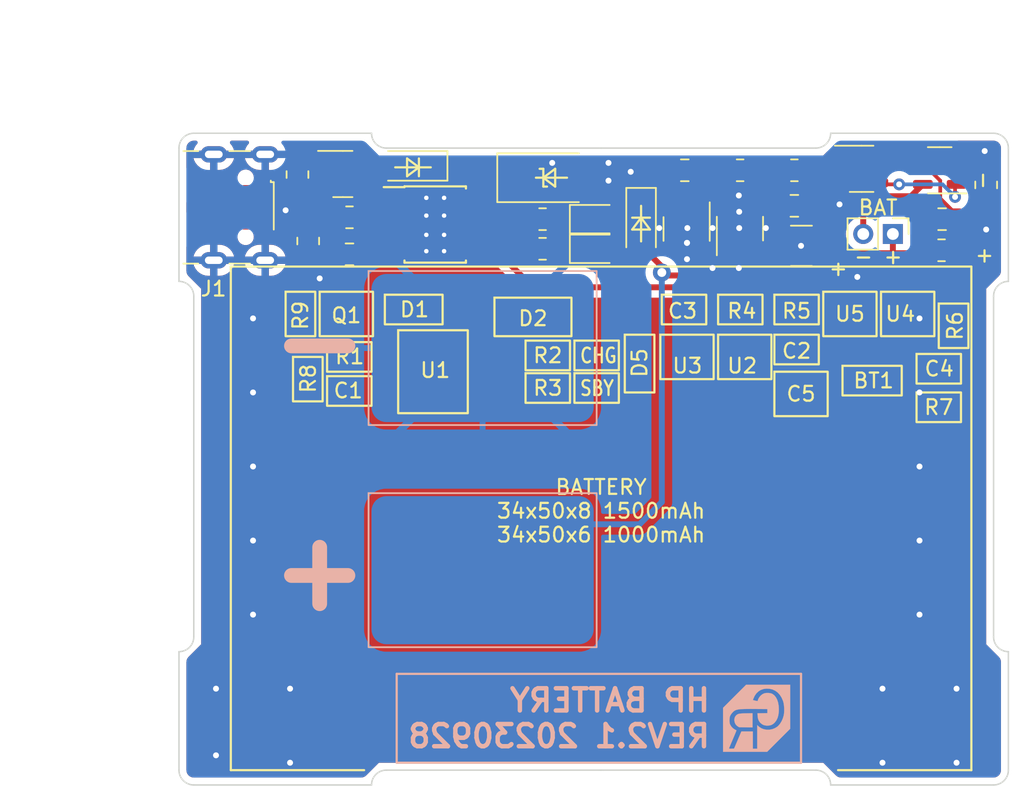
<source format=kicad_pcb>
(kicad_pcb (version 20221018) (generator pcbnew)
  (title_block (title "HP35BATTERY") (date "2023-10-01") (rev "2.1") (company "GR"))
  (layers (0 "F.Cu" signal) (31 "B.Cu" signal) (34 "B.Paste" user) (35 "F.Paste" user) (36 "B.SilkS" user "B.Silkscreen") (37 "F.SilkS" user "F.Silkscreen") (38 "B.Mask" user) (39 "F.Mask" user) (44 "Edge.Cuts" user))
  (net 0 "")
  (net 1 "/B+")
  (net 2 "/B-")
  (net 3 "/VCC")
  (net 4 "/GND")
  (net 5 "/VREG")
  (net 6 "/BSENSE")
  (net 7 "/VBUS")
  (net 8 "/LCHRG")
  (net 9 "/LSTDBY")
  (net 10 "/VOUT")
  (net 14 "/PROG")
  (net 15 "/CHRG")
  (net 16 "/STDBY")
  (net 18 "/G2")
  (net 19 "/G1")
  (net 23 "/ADJ")
  (net 24 "/VM")
  (net 25 "/PROG2")
  (footprint "Diode_SMD:D_SMA" (layer "F.Cu") (at 25 3)
    (fp_text reference "D2" (at -1.1 9.5) (layer "F.SilkS"))
    (fp_text value "5V6")
    (pad "1" smd roundrect (at -2 0) (size 2.5 1.8) (layers "F.Cu" "F.Paste" "F.Mask") (roundrect_rratio 0.1388888889) (net 3 "/VCC"))
    (pad "2" smd roundrect (at 2 0) (size 2.5 1.8) (layers "F.Cu" "F.Paste" "F.Mask") (roundrect_rratio 0.1388888889) (net 4 "/GND"))
  )
  (footprint "Capacitor_SMD:C_1210_3225Metric" (layer "F.Cu") (at 42.025 7.6 180)
    (fp_text reference "C5" (at 0.025 -10 180) (layer "F.SilkS"))
    (fp_text value "10u")
    (pad "1" smd roundrect (at -1.475 0 180) (size 1.15 2.7) (layers "F.Cu" "F.Paste" "F.Mask") (roundrect_rratio 0.2173913043) (net 1 "/B+"))
    (pad "2" smd roundrect (at 1.475 0 180) (size 1.15 2.7) (layers "F.Cu" "F.Paste" "F.Mask") (roundrect_rratio 0.2173913043) (net 4 "/GND"))
  )
  (footprint "LED_SMD:LED_0805_2012Metric" (layer "F.Cu") (at 28.075 5.8)
    (fp_text reference "D3" hide)
    (fp_text value "RED")
    (pad "1" smd roundrect (at -0.9375 0) (size 0.975 1.4) (layers "F.Cu" "F.Paste" "F.Mask") (net 8 "/LCHRG"))
    (pad "2" smd roundrect (at 0.9375 0) (size 0.975 1.4) (layers "F.Cu" "F.Paste" "F.Mask") (net 3 "/VCC"))
  )
  (footprint "Package_SO:TI_SO-PowerPAD-8_ThermalVias" (layer "F.Cu") (at 17.3 6.16)
    (fp_text reference "U1" (at 0 9.84) (layer "F.SilkS"))
    (fp_text value "TP4056")
    (pad "1" smd rect (at -2.7 -1.905) (size 1.55 0.6) (layers "F.Cu" "F.Paste" "F.Mask") (net 4 "/GND"))
    (pad "2" smd rect (at -2.7 -0.635) (size 1.55 0.6) (layers "F.Cu" "F.Paste" "F.Mask") (net 14 "/PROG"))
    (pad "3" smd rect (at -2.7 0.635) (size 1.55 0.6) (layers "F.Cu" "F.Paste" "F.Mask") (net 4 "/GND"))
    (pad "4" smd rect (at -2.7 1.905) (size 1.55 0.6) (layers "F.Cu" "F.Paste" "F.Mask") (net 3 "/VCC"))
    (pad "5" smd rect (at 2.7 1.905) (size 1.55 0.6) (layers "F.Cu" "F.Paste" "F.Mask") (net 1 "/B+"))
    (pad "6" smd rect (at 2.7 0.635) (size 1.55 0.6) (layers "F.Cu" "F.Paste" "F.Mask") (net 16 "/STDBY"))
    (pad "7" smd rect (at 2.7 -0.635) (size 1.55 0.6) (layers "F.Cu" "F.Paste" "F.Mask") (net 15 "/CHRG"))
    (pad "8" smd rect (at 2.7 -1.905) (size 1.55 0.6) (layers "F.Cu" "F.Paste" "F.Mask") (net 3 "/VCC"))
    (pad "9" thru_hole circle (at -0.6 -1.8) (size 0.6 0.6) (drill 0.3) (layers "*.Cu") (net 4 "/GND"))
    (pad "9" thru_hole circle (at -0.6 -0.6) (size 0.6 0.6) (drill 0.3) (layers "*.Cu") (net 4 "/GND"))
    (pad "9" thru_hole circle (at -0.6 0.7) (size 0.6 0.6) (drill 0.3) (layers "*.Cu") (net 4 "/GND"))
    (pad "9" thru_hole circle (at -0.6 1.8) (size 0.6 0.6) (drill 0.3) (layers "*.Cu") (net 4 "/GND"))
    (pad "9" smd rect (at 0 0) (size 2.6 3.1) (layers "F.Cu" "F.Paste" "F.Mask") (net 4 "/GND"))
    (pad "9" smd rect (at 0 0) (size 2.95 4.5) (layers "F.Cu") (net 4 "/GND"))
    (pad "9" smd rect (at 0 0) (size 2.95 4.5) (layers "B.Cu") (net 4 "/GND"))
    (pad "9" thru_hole circle (at 0.6 -1.8) (size 0.6 0.6) (drill 0.3) (layers "*.Cu") (net 4 "/GND"))
    (pad "9" thru_hole circle (at 0.6 -0.6) (size 0.6 0.6) (drill 0.3) (layers "*.Cu") (net 4 "/GND"))
    (pad "9" thru_hole circle (at 0.6 0.7) (size 0.6 0.6) (drill 0.3) (layers "*.Cu") (net 4 "/GND"))
    (pad "9" thru_hole circle (at 0.6 1.8) (size 0.6 0.6) (drill 0.3) (layers "*.Cu") (net 4 "/GND"))
  )
  (footprint "george:USB_ALIEX_4LEG" (layer "F.Cu") (at 0.2 5 -90)
    (fp_text reference "J1" (at 5.5 -2.1375 unlocked) (layer "F.SilkS"))
    (fp_text value "USB_B_Micro")
    (pad "" np_thru_hole circle (at -2 -4.3 270) (size 0.6 0.6) (drill 0.6) (layers "F&B.Cu" "*.Mask"))
    (pad "" np_thru_hole circle (at 2 -4.3 270) (size 0.6 0.6) (drill 0.6) (layers "F&B.Cu" "*.Mask"))
    (pad "1" smd rect (at -1.3 -5.01 270) (size 0.4 1.8) (layers "F.Cu" "F.Paste" "F.Mask") (net 7 "/VBUS"))
    (pad "2" smd rect (at -0.65 -5.01 270) (size 0.4 1.8) (layers "F.Cu" "F.Paste" "F.Mask"))
    (pad "3" smd rect (at -0.007778 -5.01 270) (size 0.4 1.8) (layers "F.Cu" "F.Paste" "F.Mask"))
    (pad "4" smd rect (at 0.65 -5.01 270) (size 0.4 1.8) (layers "F.Cu" "F.Paste" "F.Mask"))
    (pad "5" smd rect (at 1.3 -5.01 270) (size 0.4 1.8) (layers "F.Cu" "F.Paste" "F.Mask") (net 4 "/GND"))
    (pad "6" thru_hole oval (at -3.575 -5.62 270) (size 1.1 1.8) (drill oval 0.5 1.2) (layers "*.Cu" "*.Mask") (net 4 "/GND"))
    (pad "6" thru_hole oval (at -3.575 -2.15 270) (size 1.1 1.8) (drill oval 0.5 1.2) (layers "*.Cu" "*.Mask") (net 4 "/GND"))
    (pad "6" smd rect (at -1.5 -1 270) (size 1.1 1) (layers "F.Cu" "F.Paste" "F.Mask") (net 4 "/GND"))
    (pad "6" smd rect (at 1.5 -1 270) (size 1.1 1) (layers "F.Cu" "F.Paste" "F.Mask") (net 4 "/GND"))
    (pad "6" thru_hole oval (at 3.575 -5.62 270) (size 1.1 1.8) (drill oval 0.5 1.2) (layers "*.Cu" "*.Mask") (net 4 "/GND"))
    (pad "6" thru_hole oval (at 3.575 -2.15 270) (size 1.1 1.8) (drill oval 0.5 1.2) (layers "*.Cu" "*.Mask") (net 4 "/GND"))
  )
  (footprint "Capacitor_SMD:C_0805_2012Metric" (layer "F.Cu") (at 51.525 5.8 180)
    (fp_text reference "C4" (at 0.2 -10.1) (layer "F.SilkS"))
    (fp_text value "0u1")
    (pad "1" smd roundrect (at -0.95 0 180) (size 1 1.45) (layers "F.Cu" "F.Paste" "F.Mask") (net 6 "/BSENSE"))
    (pad "2" smd roundrect (at 0.95 0 180) (size 1 1.45) (layers "F.Cu" "F.Paste" "F.Mask") (net 2 "/B-"))
  )
  (footprint "Resistor_SMD:R_0805_2012Metric" (layer "F.Cu") (at 11.5125 5.675)
    (fp_text reference "R1" (at 0.0125 9.4) (layer "F.SilkS"))
    (fp_text value "3k9")
    (pad "1" smd roundrect (at -0.9125 0) (size 1.025 1.4) (layers "F.Cu" "F.Paste" "F.Mask") (roundrect_rratio 0.243902439) (net 25 "/PROG2"))
    (pad "2" smd roundrect (at 0.9125 0) (size 1.025 1.4) (layers "F.Cu" "F.Paste" "F.Mask") (roundrect_rratio 0.243902439) (net 14 "/PROG"))
  )
  (footprint "Resistor_SMD:R_0805_2012Metric" (layer "F.Cu") (at 8.725 7.275 90)
    (fp_text reference "R8" (at -9.2875 0 90) (layer "F.SilkS"))
    (fp_text value "24k")
    (pad "1" smd roundrect (at -0.9125 0 90) (size 1.025 1.4) (layers "F.Cu" "F.Paste" "F.Mask") (roundrect_rratio 0.243902439) (net 4 "/GND"))
    (pad "2" smd roundrect (at 0.9125 0 90) (size 1.025 1.4) (layers "F.Cu" "F.Paste" "F.Mask") (roundrect_rratio 0.243902439) (net 25 "/PROG2"))
  )
  (footprint "Capacitor_SMD:C_0805_2012Metric" (layer "F.Cu") (at 34.15 2.5 180)
    (fp_text reference "C3" (at 0.15 -9.5) (layer "F.SilkS"))
    (fp_text value "2u2")
    (pad "1" smd roundrect (at -0.95 0 180) (size 1 1.45) (layers "F.Cu" "F.Paste" "F.Mask") (net 5 "/VREG"))
    (pad "2" smd roundrect (at 0.95 0 180) (size 1 1.45) (layers "F.Cu" "F.Paste" "F.Mask") (net 4 "/GND"))
  )
  (footprint "Resistor_SMD:R_0805_2012Metric" (layer "F.Cu") (at 24.55 7.8)
    (fp_text reference "R3" (at 0.35 9.4) (layer "F.SilkS"))
    (fp_text value "3k")
    (pad "1" smd roundrect (at -0.9125 0) (size 1.025 1.4) (layers "F.Cu" "F.Paste" "F.Mask") (roundrect_rratio 0.243902439) (net 16 "/STDBY"))
    (pad "2" smd roundrect (at 0.9125 0) (size 1.025 1.4) (layers "F.Cu" "F.Paste" "F.Mask") (roundrect_rratio 0.243902439) (net 9 "/LSTDBY"))
  )
  (footprint "Package_TO_SOT_SMD:SOT-23" (layer "F.Cu") (at 11.0625 2.75)
    (fp_text reference "Q1" (at 0.2375 9.55 180) (layer "F.SilkS"))
    (fp_text value "2N7002")
    (pad "1" smd roundrect (at -0.9375 -0.95) (size 1.475 0.6) (layers "F.Cu" "F.Paste" "F.Mask") (net 7 "/VBUS"))
    (pad "2" smd roundrect (at -0.9375 0.95) (size 1.475 0.6) (layers "F.Cu" "F.Paste" "F.Mask") (net 4 "/GND"))
    (pad "3" smd roundrect (at 0.9375 0) (size 1.475 0.6) (layers "F.Cu" "F.Paste" "F.Mask") (net 25 "/PROG2"))
  )
  (footprint "Package_TO_SOT_SMD:SOT-23-6" (layer "F.Cu") (at 51.3625 2.5 180)
    (fp_text reference "U4" (at 2.6625 -9.7) (layer "F.SilkS"))
    (fp_text value "S-8261ABJMD")
    (pad "1" smd roundrect (at -1.1375 -0.95 180) (size 1.325 0.6) (layers "F.Cu" "F.Paste" "F.Mask") (net 18 "/G2"))
    (pad "2" smd roundrect (at -1.1375 0 180) (size 1.325 0.6) (layers "F.Cu" "F.Paste" "F.Mask") (net 24 "/VM"))
    (pad "3" smd roundrect (at -1.1375 0.95 180) (size 1.325 0.6) (layers "F.Cu" "F.Paste" "F.Mask") (net 19 "/G1"))
    (pad "4" smd roundrect (at 1.1375 0.95 180) (size 1.325 0.6) (layers "F.Cu" "F.Paste" "F.Mask"))
    (pad "5" smd roundrect (at 1.1375 0 180) (size 1.325 0.6) (layers "F.Cu" "F.Paste" "F.Mask") (net 6 "/BSENSE"))
    (pad "6" smd roundrect (at 1.1375 -0.95 180) (size 1.325 0.6) (layers "F.Cu" "F.Paste" "F.Mask") (net 2 "/B-"))
  )
  (footprint "Resistor_SMD:R_0805_2012Metric" (layer "F.Cu") (at 51.4875 7.9 180)
    (fp_text reference "R7" (at 0.1875 -10.6) (layer "F.SilkS"))
    (fp_text value "100")
    (pad "1" smd roundrect (at -0.9125 0 180) (size 1.025 1.4) (layers "F.Cu" "F.Paste" "F.Mask") (roundrect_rratio 0.243902439) (net 6 "/BSENSE"))
    (pad "2" smd roundrect (at 0.9125 0 180) (size 1.025 1.4) (layers "F.Cu" "F.Paste" "F.Mask") (roundrect_rratio 0.243902439) (net 1 "/B+"))
  )
  (footprint "Package_TO_SOT_SMD:SOT-23-5" (layer "F.Cu") (at 34.275 6.4625 -90)
    (fp_text reference "U3" (at 9.2375 -0.05 -180) (layer "F.SilkS"))
    (fp_text value "MAX40200AUK")
    (pad "1" smd roundrect (at -1.1375 -0.95 270) (size 1.325 0.6) (layers "F.Cu" "F.Paste" "F.Mask") (net 5 "/VREG"))
    (pad "2" smd roundrect (at -1.1375 0 270) (size 1.325 0.6) (layers "F.Cu" "F.Paste" "F.Mask") (net 4 "/GND"))
    (pad "3" smd roundrect (at -1.1375 0.95 270) (size 1.325 0.6) (layers "F.Cu" "F.Paste" "F.Mask") (net 5 "/VREG"))
    (pad "4" smd roundrect (at 1.1375 0.95 270) (size 1.325 0.6) (layers "F.Cu" "F.Paste" "F.Mask"))
    (pad "5" smd roundrect (at 1.1375 -0.95 270) (size 1.325 0.6) (layers "F.Cu" "F.Paste" "F.Mask") (net 10 "/VOUT"))
  )
  (footprint "Resistor_SMD:R_0805_2012Metric" (layer "F.Cu") (at 24.55 5.8)
    (fp_text reference "R2" (at 0.35 9.2) (layer "F.SilkS"))
    (fp_text value "3k")
    (pad "1" smd roundrect (at -0.9125 0) (size 1.025 1.4) (layers "F.Cu" "F.Paste" "F.Mask") (roundrect_rratio 0.243902439) (net 15 "/CHRG"))
    (pad "2" smd roundrect (at 0.9125 0) (size 1.025 1.4) (layers "F.Cu" "F.Paste" "F.Mask") (roundrect_rratio 0.243902439) (net 8 "/LCHRG"))
  )
  (footprint "Connector_PinHeader_2.00mm:PinHeader_1x02_P2.00mm_Vertical" (layer "F.Cu") (at 48.2 6.8 -90)
    (fp_text reference "BT1" (at 9.9 1.3 -180) (layer "F.SilkS"))
    (fp_text value "LiPo 3.7V 1500mAh")
    (pad "1" thru_hole rect (at 0 0 270) (size 1.35 1.35) (drill 0.8) (layers "*.Cu" "*.Mask") (net 1 "/B+"))
    (pad "2" thru_hole oval (at 0 2 270) (size 1.35 1.35) (drill 0.8) (layers "*.Cu" "*.Mask") (net 2 "/B-"))
  )
  (footprint "Resistor_SMD:R_0805_2012Metric" (layer "F.Cu") (at 41.55 2.5)
    (fp_text reference "R5" (at 0.15 9.5) (layer "F.SilkS"))
    (fp_text value "150k")
    (pad "1" smd roundrect (at -0.9125 0) (size 1.025 1.4) (layers "F.Cu" "F.Paste" "F.Mask") (roundrect_rratio 0.243902439) (net 23 "/ADJ"))
    (pad "2" smd roundrect (at 0.9125 0) (size 1.025 1.4) (layers "F.Cu" "F.Paste" "F.Mask") (roundrect_rratio 0.243902439) (net 4 "/GND"))
  )
  (footprint "Resistor_SMD:R_0805_2012Metric" (layer "F.Cu") (at 37.8875 2.5)
    (fp_text reference "R4" (at 0.1125 9.5 180) (layer "F.SilkS"))
    (fp_text value "300k")
    (pad "1" smd roundrect (at -0.9125 0) (size 1.025 1.4) (layers "F.Cu" "F.Paste" "F.Mask") (roundrect_rratio 0.243902439) (net 5 "/VREG"))
    (pad "2" smd roundrect (at 0.9125 0) (size 1.025 1.4) (layers "F.Cu" "F.Paste" "F.Mask") (roundrect_rratio 0.243902439) (net 23 "/ADJ"))
  )
  (footprint "Package_TO_SOT_SMD:SOT-23-5" (layer "F.Cu") (at 37.875 6.4375 90)
    (fp_text reference "U2" (at -9.2625 0.15 180) (layer "F.SilkS"))
    (fp_text value "TPS73101")
    (pad "1" smd roundrect (at -1.1375 -0.95 90) (size 1.325 0.6) (layers "F.Cu" "F.Paste" "F.Mask") (net 1 "/B+"))
    (pad "2" smd roundrect (at -1.1375 0 90) (size 1.325 0.6) (layers "F.Cu" "F.Paste" "F.Mask") (net 4 "/GND"))
    (pad "3" smd roundrect (at -1.1375 0.95 90) (size 1.325 0.6) (layers "F.Cu" "F.Paste" "F.Mask") (net 1 "/B+"))
    (pad "4" smd roundrect (at 1.1375 0.95 90) (size 1.325 0.6) (layers "F.Cu" "F.Paste" "F.Mask") (net 23 "/ADJ"))
    (pad "5" smd roundrect (at 1.1375 -0.95 90) (size 1.325 0.6) (layers "F.Cu" "F.Paste" "F.Mask") (net 5 "/VREG"))
  )
  (footprint "Package_TO_SOT_SMD:SOT-23-6" (layer "F.Cu") (at 46.0875 2.4)
    (fp_text reference "U5" (at -0.7875 9.8) (layer "F.SilkS"))
    (fp_text value "FS8205")
    (pad "1" smd roundrect (at -1.1375 -0.95) (size 1.325 0.6) (layers "F.Cu" "F.Paste" "F.Mask") (net 4 "/GND"))
    (pad "2" smd roundrect (at -1.1375 0) (size 1.325 0.6) (layers "F.Cu" "F.Paste" "F.Mask"))
    (pad "3" smd roundrect (at -1.1375 0.95) (size 1.325 0.6) (layers "F.Cu" "F.Paste" "F.Mask") (net 2 "/B-"))
    (pad "4" smd roundrect (at 1.1375 0.95) (size 1.325 0.6) (layers "F.Cu" "F.Paste" "F.Mask") (net 18 "/G2"))
    (pad "5" smd roundrect (at 1.1375 0) (size 1.325 0.6) (layers "F.Cu" "F.Paste" "F.Mask"))
    (pad "6" smd roundrect (at 1.1375 -0.95) (size 1.325 0.6) (layers "F.Cu" "F.Paste" "F.Mask") (net 19 "/G1"))
  )
  (footprint "Resistor_SMD:R_0805_2012Metric" (layer "F.Cu") (at 8 2.7875 90)
    (fp_text reference "R9" (at -9.5125 0.2 90) (layer "F.SilkS"))
    (fp_text value "10k")
    (pad "1" smd roundrect (at -0.9125 0 90) (size 1.025 1.4) (layers "F.Cu" "F.Paste" "F.Mask") (roundrect_rratio 0.243902439) (net 4 "/GND"))
    (pad "2" smd roundrect (at 0.9125 0 90) (size 1.025 1.4) (layers "F.Cu" "F.Paste" "F.Mask") (roundrect_rratio 0.243902439) (net 7 "/VBUS"))
  )
  (footprint "Diode_SMD:D_SOD-123" (layer "F.Cu") (at 15.765 2.2 180)
    (fp_text reference "D1" (at -0.135 -9.7) (layer "F.SilkS"))
    (fp_text value "1N5817")
    (pad "1" smd roundrect (at -1.65 0 180) (size 0.9 1.2) (layers "F.Cu" "F.Paste" "F.Mask") (net 3 "/VCC"))
    (pad "2" smd roundrect (at 1.65 0 180) (size 0.9 1.2) (layers "F.Cu" "F.Paste" "F.Mask") (net 7 "/VBUS"))
  )
  (footprint "Capacitor_SMD:C_0805_2012Metric" (layer "F.Cu") (at 11.5125 8.175 180)
    (fp_text reference "C1" (at 0.0875 -9.2 180) (layer "F.SilkS"))
    (fp_text value "0u1")
    (pad "1" smd roundrect (at -0.95 0 180) (size 1 1.45) (layers "F.Cu" "F.Paste" "F.Mask") (net 3 "/VCC"))
    (pad "2" smd roundrect (at 0.95 0 180) (size 1 1.45) (layers "F.Cu" "F.Paste" "F.Mask") (net 4 "/GND"))
  )
  (footprint "Diode_SMD:D_SOD-123" (layer "F.Cu") (at 31.2 6.05 -90)
    (fp_text reference "D5" (at 9.45 0.1 90) (layer "F.SilkS"))
    (fp_text value "1N5817")
    (pad "1" smd roundrect (at -1.65 0 270) (size 0.9 1.2) (layers "F.Cu" "F.Paste" "F.Mask") (net 3 "/VCC"))
    (pad "2" smd roundrect (at 1.65 0 270) (size 0.9 1.2) (layers "F.Cu" "F.Paste" "F.Mask") (net 10 "/VOUT"))
  )
  (footprint "Capacitor_SMD:C_0805_2012Metric" (layer "F.Cu") (at 41.55 4.9 180)
    (fp_text reference "C2" (at -0.15 -9.8) (layer "F.SilkS"))
    (fp_text value "470p")
    (pad "1" smd roundrect (at -0.95 0 180) (size 1 1.45) (layers "F.Cu" "F.Paste" "F.Mask") (net 4 "/GND"))
    (pad "2" smd roundrect (at 0.95 0 180) (size 1 1.45) (layers "F.Cu" "F.Paste" "F.Mask") (net 23 "/ADJ"))
  )
  (footprint "Resistor_SMD:R_0805_2012Metric" (layer "F.Cu") (at 54.5 3.4875 -90)
    (fp_text reference "R6" (at 9.5125 2.1 90) (layer "F.SilkS"))
    (fp_text value "1k")
    (pad "1" smd roundrect (at -0.9125 0 270) (size 1.025 1.4) (layers "F.Cu" "F.Paste" "F.Mask") (roundrect_rratio 0.243902439) (net 24 "/VM"))
    (pad "2" smd roundrect (at 0.9125 0 270) (size 1.025 1.4) (layers "F.Cu" "F.Paste" "F.Mask") (roundrect_rratio 0.243902439) (net 4 "/GND"))
  )
  (footprint "LED_SMD:LED_0805_2012Metric" (layer "F.Cu") (at 28.075 7.8)
    (fp_text reference "D4" hide)
    (fp_text value "GRN")
    (pad "1" smd roundrect (at -0.9375 0) (size 0.975 1.4) (layers "F.Cu" "F.Paste" "F.Mask") (net 9 "/LSTDBY"))
    (pad "2" smd roundrect (at 0.9375 0) (size 0.975 1.4) (layers "F.Cu" "F.Paste" "F.Mask") (net 3 "/VCC"))
  )
  (footprint "george:grlogo_05mm" (layer "B.Cu") (at 39 39.5 180)
    (fp_text reference "G***" hide)
    (fp_text value "LOGO" hide)
  )
  (footprint "george:PAD_10x15" (layer "B.Cu") (at 20.5 14.5 -90)
    (fp_text reference "J3" hide)
    (fp_text value "PAD-")
    (pad "1" smd roundrect (at 0 0 270) (size 10 15) (layers "B.Cu" "B.Paste" "B.Mask") (roundrect_rratio 0.1) (net 4 "/GND"))
  )
  (footprint "george:PAD_10x15" (layer "B.Cu") (at 20.5 29.5 -90)
    (fp_text reference "J2" hide)
    (fp_text value "PAD+")
    (pad "1" smd roundrect (at 0 0 270) (size 10 15) (layers "B.Cu" "B.Paste" "B.Mask") (roundrect_rratio 0.1) (net 10 "/VOUT"))
  )
  (gr_line (start 42 42.5) (end 14.7 42.5) (stroke (width 0.15)) (layer "B.SilkS"))
  (gr_line (start 14.7 42.5) (end 14.7 36.5) (stroke (width 0.15)) (layer "B.SilkS"))
  (gr_line (start 14.7 36.5) (end 42 36.5) (stroke (width 0.15)) (layer "B.SilkS"))
  (gr_line (start 42 36.5) (end 42 42.5) (stroke (width 0.15)) (layer "B.SilkS"))
  (gr_rect (start 23.4 16.2) (end 26.4 18.2) (stroke (width 0.15)) (fill none) (layer "F.SilkS"))
  (gr_rect (start 36.4 13.6) (end 40 16.6) (stroke (width 0.15)) (fill none) (layer "F.SilkS"))
  (gr_line (start 30.6 6.5) (end 31.8 6.5) (stroke (width 0.15)) (layer "F.SilkS"))
  (gr_line (start 15.4 1.7) (end 15.4 2.9) (stroke (width 0.15)) (layer "F.SilkS"))
  (gr_line (start 16.2 2.3) (end 15.4 1.7) (stroke (width 0.15)) (layer "F.SilkS"))
  (gr_rect (start 14.8 13.3) (end 19.5 18.9) (stroke (width 0.15)) (fill none) (layer "F.SilkS"))
  (gr_rect (start 7.2 10.7) (end 9.2 13.7) (stroke (width 0.15)) (fill none) (layer "F.SilkS"))
  (gr_line (start 15.4 2.9) (end 16.2 2.3) (stroke (width 0.15)) (layer "F.SilkS"))
  (gr_line (start 12.5 43) (end 3.5 43) (stroke (width 0.15)) (layer "F.SilkS"))
  (gr_line (start 31.8 6.5) (end 31.2 5.7) (stroke (width 0.15)) (layer "F.SilkS"))
  (gr_line (start 3.5 43) (end 3.5 9) (stroke (width 0.15)) (layer "F.SilkS"))
  (gr_rect (start 26.7 14) (end 29.7 16) (stroke (width 0.15)) (fill none) (layer "F.SilkS"))
  (gr_line (start 24.6 3.6) (end 24.85 3.6) (stroke (width 0.15)) (layer "F.SilkS"))
  (gr_rect (start 40.2 10.9) (end 43.2 12.9) (stroke (width 0.15)) (fill none) (layer "F.SilkS"))
  (gr_rect (start 9.5 10.7) (end 13.1 13.7) (stroke (width 0.15)) (fill none) (layer "F.SilkS"))
  (gr_line (start 16.2 1.7) (end 16.2 2.9) (stroke (width 0.15)) (layer "F.SilkS"))
  (gr_rect (start 32.5 13.6) (end 36.1 16.6) (stroke (width 0.15)) (fill none) (layer "F.SilkS"))
  (gr_line (start 24.6 3) (end 25.4 3.6) (stroke (width 0.15)) (layer "F.SilkS"))
  (gr_rect (start 26.7 16.2) (end 29.7 18.2) (stroke (width 0.15)) (fill none) (layer "F.SilkS"))
  (gr_line (start 31.2 7.3) (end 31.2 4.9) (stroke (width 0.15)) (layer "F.SilkS"))
  (gr_rect (start 10 16.4) (end 13 18.4) (stroke (width 0.15)) (fill none) (layer "F.SilkS"))
  (gr_rect (start 51.3 11.5) (end 53.3 14.5) (stroke (width 0.15)) (fill none) (layer "F.SilkS"))
  (gr_rect (start 36.4 10.9) (end 39.4 12.9) (stroke (width 0.15)) (fill none) (layer "F.SilkS"))
  (gr_rect (start 44.8 15.7) (end 48.8 17.7) (stroke (width 0.15)) (fill none) (layer "F.SilkS"))
  (gr_line (start 14.6 2.3) (end 17 2.3) (stroke (width 0.15)) (layer "F.SilkS"))
  (gr_rect (start 43.5 10.7) (end 47.1 13.7) (stroke (width 0.15)) (fill none) (layer "F.SilkS"))
  (gr_rect (start 40.2 16.1) (end 43.8 19.1) (stroke (width 0.15)) (fill none) (layer "F.SilkS"))
  (gr_line (start 24.6 2.4) (end 24.35 2.4) (stroke (width 0.15)) (layer "F.SilkS"))
  (gr_line (start 3.5 9) (end 53.5 9) (stroke (width 0.15)) (layer "F.SilkS"))
  (gr_rect (start 49.8 17.5) (end 52.8 19.5) (stroke (width 0.15)) (fill none) (layer "F.SilkS"))
  (gr_rect (start 49.8 14.9) (end 52.8 16.9) (stroke (width 0.15)) (fill none) (layer "F.SilkS"))
  (gr_line (start 53.5 43) (end 44.5 43) (stroke (width 0.15)) (layer "F.SilkS"))
  (gr_line (start 25.4 3.6) (end 25.4 2.4) (stroke (width 0.15)) (layer "F.SilkS"))
  (gr_rect (start 7.7 15.1) (end 9.7 18.1) (stroke (width 0.15)) (fill none) (layer "F.SilkS"))
  (gr_line (start 25.4 2.4) (end 24.6 3) (stroke (width 0.15)) (layer "F.SilkS"))
  (gr_line (start 30.6 5.7) (end 31.8 5.7) (stroke (width 0.15)) (layer "F.SilkS"))
  (gr_line (start 24.6 3.6) (end 24.6 2.4) (stroke (width 0.15)) (layer "F.SilkS"))
  (gr_rect (start 40.2 13.6) (end 43.2 15.6) (stroke (width 0.15)) (fill none) (layer "F.SilkS"))
  (gr_rect (start 47.4 10.7) (end 51 13.7) (stroke (width 0.15)) (fill none) (layer "F.SilkS"))
  (gr_line (start 26.2 3) (end 24.1 3) (stroke (width 0.15)) (layer "F.SilkS"))
  (gr_rect (start 13.9 10.9) (end 17.8 12.9) (stroke (width 0.15)) (fill none) (layer "F.SilkS"))
  (gr_rect (start 23.4 14) (end 26.4 16) (stroke (width 0.15)) (fill none) (layer "F.SilkS"))
  (gr_rect (start 10 14.1) (end 13 16.1) (stroke (width 0.15)) (fill none) (layer "F.SilkS"))
  (gr_rect (start 32.6 10.9) (end 35.6 12.9) (stroke (width 0.15)) (fill none) (layer "F.SilkS"))
  (gr_rect (start 30.1 13.6) (end 32.1 17.5) (stroke (width 0.15)) (fill none) (layer "F.SilkS"))
  (gr_rect (start 21.3 11.1) (end 26.5 13.7) (stroke (width 0.15)) (fill none) (layer "F.SilkS"))
  (gr_line (start 31.2 5.7) (end 30.6 6.5) (stroke (width 0.15)) (layer "F.SilkS"))
  (gr_line (start 53.5 9) (end 53.5 43) (stroke (width 0.15)) (layer "F.SilkS"))
  (gr_line (start 55 11) (end 55 34) (stroke (width 0.1)) (layer "Edge.Cuts"))
  (gr_arc (start 55 0) (mid 55.707107 0.292893) (end 56 1) (stroke (width 0.1)) (layer "Edge.Cuts"))
  (gr_line (start 0 43) (end 0 35) (stroke (width 0.1)) (layer "Edge.Cuts"))
  (gr_line (start 1 11) (end 1 34) (stroke (width 0.1)) (layer "Edge.Cuts"))
  (gr_arc (start 1 34) (mid 0.707107 34.707107) (end 0 35) (stroke (width 0.1)) (layer "Edge.Cuts"))
  (gr_arc (start 43 43) (mid 43.707107 43.292893) (end 44 44) (stroke (width 0.1)) (layer "Edge.Cuts"))
  (gr_line (start 0 10) (end 0 1) (stroke (width 0.1)) (layer "Edge.Cuts"))
  (gr_line (start 56 1) (end 56 10) (stroke (width 0.1)) (layer "Edge.Cuts"))
  (gr_line (start 44 -0.000001) (end 55 0) (stroke (width 0.1)) (layer "Edge.Cuts"))
  (gr_arc (start 56 43) (mid 55.707107 43.707107) (end 55 44) (stroke (width 0.1)) (layer "Edge.Cuts"))
  (gr_arc (start 0 1) (mid 0.292893 0.292893) (end 1 0) (stroke (width 0.1)) (layer "Edge.Cuts"))
  (gr_line (start 55 44) (end 44 44) (stroke (width 0.1)) (layer "Edge.Cuts"))
  (gr_arc (start 0 10) (mid 0.707107 10.292893) (end 1 11) (stroke (width 0.1)) (layer "Edge.Cuts"))
  (gr_arc (start 44 -0.000001) (mid 43.707107 0.707106) (end 43 0.999999) (stroke (width 0.1)) (layer "Edge.Cuts"))
  (gr_line (start 28.5 0.999999) (end 43 0.999999) (stroke (width 0.1)) (layer "Edge.Cuts"))
  (gr_arc (start 14 0.999999) (mid 13.292893 0.707106) (end 13 -0.000001) (stroke (width 0.1)) (layer "Edge.Cuts"))
  (gr_arc (start 56 35) (mid 55.292893 34.707107) (end 55 34) (stroke (width 0.1)) (layer "Edge.Cuts"))
  (gr_line (start 13 -0.000001) (end 1 0) (stroke (width 0.1)) (layer "Edge.Cuts"))
  (gr_line (start 28.5 43) (end 14 43) (stroke (width 0.1)) (layer "Edge.Cuts"))
  (gr_line (start 13 44) (end 1 44) (stroke (width 0.1)) (layer "Edge.Cuts"))
  (gr_line (start 28.5 43) (end 43 43) (stroke (width 0.1)) (layer "Edge.Cuts"))
  (gr_arc (start 1 44) (mid 0.292893 43.707107) (end 0 43) (stroke (width 0.1)) (layer "Edge.Cuts"))
  (gr_arc (start 55 11) (mid 55.292893 10.292893) (end 56 10) (stroke (width 0.1)) (layer "Edge.Cuts"))
  (gr_line (start 56 35) (end 56 43) (stroke (width 0.1)) (layer "Edge.Cuts"))
  (gr_arc (start 13 44) (mid 13.292893 43.292893) (end 14 43) (stroke (width 0.1)) (layer "Edge.Cuts"))
  (gr_line (start 28.5 0.999999) (end 14 0.999999) (stroke (width 0.1)) (layer "Edge.Cuts"))
  (gr_text "-" (at 9.5 14) (layer "B.SilkS") (effects (font (size 5 5) (thickness 1) bold) (justify mirror)))
  (gr_text "HP BATTERY\nREV2.1 20230928" (at 36 39.5) (layer "B.SilkS") (effects (font (size 1.5 1.5) (thickness 0.3) bold) (justify left mirror)))
  (gr_text "+" (at 9.5 29.5) (layer "B.SilkS") (effects (font (size 5 5) (thickness 1) bold) (justify mirror)))
  (gr_text "-" (at 54.8 3.9 90) (layer "F.SilkS") (effects (font (size 1 1)) (justify left bottom)))
  (gr_text "+" (at 54.9 9 90) (layer "F.SilkS") (effects (font (size 1 1)) (justify left bottom)))
  (gr_text "- +" (at 45.5 8.9) (layer "F.SilkS") (effects (font (size 1 1)) (justify left bottom)))
  (gr_text "+" (at 43.8 9.7) (layer "F.SilkS") (effects (font (size 1 1)) (justify left bottom)))
  (gr_text "CHG" (at 27 15.6) (layer "F.SilkS") (effects (font (size 1 0.8)) (justify left bottom)))
  (gr_text "BAT" (at 47.2 5.6) (layer "F.SilkS") (effects (font (size 1 1)) (justify bottom)))
  (gr_text "SBY" (at 27 17.8) (layer "F.SilkS") (effects (font (size 1 0.8)) (justify left bottom)))
  (gr_text "BATTERY\n34x50x8 1500mAh\n34x50x6 1000mAh" (at 28.5 25.5) (layer "F.SilkS") (effects (font (size 1 1))))
  (segment (start 50.5875 8.1) (end 48.2 8.1) (width 0.4) (layer "F.Cu") (net 1))
  (segment (start 37.1 10.4) (end 23.9 10.4) (width 0.4) (layer "F.Cu") (net 1))
  (segment (start 43.5 9.4) (end 42.5 10.4) (width 0.4) (layer "F.Cu") (net 1))
  (segment (start 23.9 10.4) (end 21.565 8.065) (width 0.4) (layer "F.Cu") (net 1))
  (segment (start 37.1 10.4) (end 38.9 10.4) (width 0.4) (layer "F.Cu") (net 1))
  (segment (start 38.825 7.575) (end 38.825 10.325) (width 0.4) (layer "F.Cu") (net 1))
  (segment (start 48.2 8.1) (end 48.2 6.8) (width 0.4) (layer "F.Cu") (net 1))
  (segment (start 38.825 10.325) (end 38.9 10.4) (width 0.4) (layer "F.Cu") (net 1))
  (segment (start 36.925 10.375) (end 36.9 10.4) (width 0.4) (layer "F.Cu") (net 1))
  (segment (start 36.925 7.575) (end 36.925 10.375) (width 0.4) (layer "F.Cu") (net 1))
  (segment (start 44 8.1) (end 48.2 8.1) (width 0.4) (layer "F.Cu") (net 1))
  (segment (start 43.5 7.6) (end 44 8.1) (width 0.4) (layer "F.Cu") (net 1))
  (segment (start 38.9 10.4) (end 42.5 10.4) (width 0.4) (layer "F.Cu") (net 1))
  (segment (start 37.1 10.4) (end 36.9 10.4) (width 0.4) (layer "F.Cu") (net 1))
  (segment (start 21.565 8.065) (end 20 8.065) (width 0.4) (layer "F.Cu") (net 1))
  (segment (start 43.5 7.6) (end 43.5 9.4) (width 0.4) (layer "F.Cu") (net 1))
  (segment (start 38.825 8.55) (end 38.825 7.575) (width 0.4) (layer "F.Cu") (net 1))
  (segment (start 49.45 4.25) (end 50.575 5.375) (width 0.4) (layer "F.Cu") (net 2))
  (segment (start 46.2 4.2) (end 45.35 3.35) (width 0.4) (layer "F.Cu") (net 2))
  (segment (start 49.425 4.25) (end 49.45 4.25) (width 0.4) (layer "F.Cu") (net 2))
  (segment (start 47.15 4.25) (end 49.425 4.25) (width 0.4) (layer "F.Cu") (net 2))
  (segment (start 46.2 6.8) (end 46.2 4.25) (width 0.4) (layer "F.Cu") (net 2))
  (segment (start 45.35 3.35) (end 44.95 3.35) (width 0.4) (layer "F.Cu") (net 2))
  (segment (start 49.425 4.25) (end 50.225 3.45) (width 0.4) (layer "F.Cu") (net 2))
  (segment (start 46.2 4.25) (end 46.4 4.25) (width 0.4) (layer "F.Cu") (net 2))
  (segment (start 47.2 4.3) (end 47.15 4.25) (width 0.4) (layer "F.Cu") (net 2))
  (segment (start 46.4 4.25) (end 47.9 4.25) (width 0.4) (layer "F.Cu") (net 2))
  (segment (start 46.2 4.25) (end 46.2 4.2) (width 0.4) (layer "F.Cu") (net 2))
  (segment (start 11.5125 7.225) (end 12.4625 8.175) (width 0.4) (layer "F.Cu") (net 3))
  (segment (start 29.3 4.4) (end 30.9 4.4) (width 0.4) (layer "F.Cu") (net 3))
  (segment (start 20.5 2.3) (end 21.2 3) (width 0.4) (layer "F.Cu") (net 3))
  (segment (start 23.4 3) (end 24.8 4.4) (width 0.4) (layer "F.Cu") (net 3))
  (segment (start 29.0125 5.8) (end 29.0125 4.4125) (width 0.4) (layer "F.Cu") (net 3))
  (segment (start 17.415 2.3) (end 20 2.3) (width 0.4) (layer "F.Cu") (net 3))
  (segment (start 20 2.3) (end 20.5 2.3) (width 0.4) (layer "F.Cu") (net 3))
  (segment (start 24.8 4.4) (end 29.3 4.4) (width 0.4) (layer "F.Cu") (net 3))
  (segment (start 12.700001 3.5) (end 14.6 3.5) (width 0.4) (layer "F.Cu") (net 3))
  (segment (start 20 4.255) (end 20 2.3) (width 0.4) (layer "F.Cu") (net 3))
  (segment (start 30.9 4.4) (end 31.2 4.7) (width 0.4) (layer "F.Cu") (net 3))
  (segment (start 28.95 5.423925) (end 28.95 7.423925) (width 0.4) (layer "F.Cu") (net 3))
  (segment (start 11.5125 4.687501) (end 11.5125 7.225) (width 0.4) (layer "F.Cu") (net 3))
  (segment (start 14.6 8.065) (end 12.5725 8.065) (width 0.4) (layer "F.Cu") (net 3))
  (segment (start 11.5125 4.687501) (end 12.700001 3.5) (width 0.4) (layer "F.Cu") (net 3))
  (segment (start 15.8 2.3) (end 14.6 3.5) (width 0.4) (layer "F.Cu") (net 3))
  (segment (start 17.415 2.3) (end 15.8 2.3) (width 0.4) (layer "F.Cu") (net 3))
  (segment (start 21.2 3) (end 23 3) (width 0.4) (layer "F.Cu") (net 3))
  (segment (start 29 4.4) (end 29.3 4.4) (width 0.4) (layer "F.Cu") (net 3))
  (segment (start 29.0125 4.4125) (end 29 4.4) (width 0.4) (layer "F.Cu") (net 3))
  (segment (start 34.325 7.375) (end 34.3 7.4) (width 0.4) (layer "F.Cu") (net 4))
  (segment (start 34.325 6.4) (end 36.025 6.4) (width 0.4) (layer "F.Cu") (net 4))
  (segment (start 34.325 6.4) (end 34.325 5.375) (width 0.4) (layer "F.Cu") (net 4))
  (segment (start 32.4 3.8) (end 32 3.4) (width 0.4) (layer "F.Cu") (net 4))
  (segment (start 34.325 6.4) (end 32.625 6.4) (width 0.4) (layer "F.Cu") (net 4))
  (segment (start 42 7.6) (end 42 6.7) (width 0.4) (layer "F.Cu") (net 4))
  (segment (start 36.025 6.4) (end 37.825 6.4) (width 0.4) (layer "F.Cu") (net 4))
  (segment (start 10.34 3.7) (end 8.215 3.7) (width 0.4) (layer "F.Cu") (net 4))
  (segment (start 36 6.425) (end 36.025 6.4) (width 0.4) (layer "F.Cu") (net 4))
  (segment (start 39.625 6.4) (end 40.425 7.2) (width 0.4) (layer "F.Cu") (net 4))
  (segment (start 32.4 6.375) (end 32.4 3.8) (width 0.4) (layer "F.Cu") (net 4))
  (segment (start 37.825 5.3005) (end 37.8245 5.3) (width 0.4) (layer "F.Cu") (net 4))
  (segment (start 32.4 5.6) (end 32.4 5.6) (width 0.4) (layer "F.Cu") (net 4))
  (segment (start 16.565 6.795) (end 18.6 6.795) (width 0.4) (layer "F.Cu") (net 4))
  (segment (start 37.825 6.4) (end 39.625 6.4) (width 0.4) (layer "F.Cu") (net 4))
  (segment (start 36.0245 9.1) (end 36 9.0755) (width 0.4) (layer "F.Cu") (net 4))
  (segment (start 43.6 4.9) (end 42.5 4.9) (width 0.4) (layer "F.Cu") (net 4))
  (segment (start 37.8245 5.3) (end 37.8245 4.2245) (width 0.4) (layer "F.Cu") (net 4))
  (segment (start 4.8725 6.3) (end 7 6.3) (width 0.4) (layer "F.Cu") (net 4))
  (segment (start 37.8245 4.2245) (end 37.8 4.2) (width 0.4) (layer "F.Cu") (net 4))
  (segment (start 37.875 6.45) (end 37.825 6.4) (width 0.4) (layer "F.Cu") (net 4))
  (segment (start 37.825 6.4) (end 37.825 5.3005) (width 0.4) (layer "F.Cu") (net 4))
  (segment (start 36 9.0755) (end 36 6.425) (width 0.4) (layer "F.Cu") (net 4))
  (segment (start 37.875 7.575) (end 37.875 6.45) (width 0.4) (layer "F.Cu") (net 4))
  (segment (start 34.275 5.325) (end 34.275 6.35) (width 0.4) (layer "F.Cu") (net 4))
  (segment (start 32.1 2.5) (end 33.2 2.5) (width 0.4) (layer "F.Cu") (net 4))
  (segment (start 44.95 1.45) (end 43.95 1.45) (width 0.4) (layer "F.Cu") (net 4))
  (segment (start 34.3 7.4) (end 34.3 8.5) (width 0.4) (layer "F.Cu") (net 4))
  (segment (start 32.425 6.4) (end 32.4 6.375) (width 0.4) (layer "F.Cu") (net 4))
  (segment (start 32 3.4) (end 32 2.6) (width 0.4) (layer "F.Cu") (net 4))
  (segment (start 43.6 1.8) (end 43.6 2.5) (width 0.4) (layer "F.Cu") (net 4))
  (segment (start 43.95 1.45) (end 43.6 1.8) (width 0.4) (layer "F.Cu") (net 4))
  (segment (start 14.6 6.795) (end 16.635 6.795) (width 0.4) (layer "F.Cu") (net 4))
  (segment (start 34.275 6.35) (end 34.325 6.4) (width 0.4) (layer "F.Cu") (net 4))
  (segment (start 43.6 2.5) (end 43.6 4.9) (width 0.4) (layer "F.Cu") (net 4))
  (segment (start 32 2.6) (end 32.1 2.5) (width 0.4) (layer "F.Cu") (net 4))
  (segment (start 32.625 6.4) (end 32.625 6.4) (width 0.4) (layer "F.Cu") (net 4))
  (segment (start 41.9 6.6) (end 42.5 6) (width 0.4) (layer "F.Cu") (net 4))
  (segment (start 14.6 4.255) (end 16.595 4.255) (width 0.4) (layer "F.Cu") (net 4))
  (segment (start 40.55 7.6) (end 42 7.6) (width 0.4) (layer "F.Cu") (net 4))
  (segment (start 42.5 6) (end 42.5 4.9) (width 0.4) (layer "F.Cu") (net 4))
  (segment (start 42 6.7) (end 41.9 6.6) (width 0.4) (layer "F.Cu") (net 4))
  (segment (start 32.625 6.4) (end 32.425 6.4) (width 0.4) (layer "F.Cu") (net 4))
  (segment (start 34.325 6.4) (end 34.325 7.375) (width 0.4) (layer "F.Cu") (net 4))
  (segment (start 43.6 2.5) (end 42.4625 2.5) (width 0.4) (layer "F.Cu") (net 4))
  (via (at 5 32.5) (size 0.8) (drill 0.4) (layers "F.Cu" "B.Cu") (net 4))
  (via (at 7.5 42.5) (size 0.8) (drill 0.4) (layers "F.Cu" "B.Cu") (net 4))
  (via (at 32.425 6.4) (size 0.8) (drill 0.4) (layers "F.Cu" "B.Cu") (net 4))
  (via (at 44.6 4.8) (size 0.8) (drill 0.4) (layers "F.Cu" "B.Cu") (net 4))
  (via (at 5 27.5) (size 0.8) (drill 0.4) (layers "F.Cu" "B.Cu") (net 4))
  (via (at 5 22.5) (size 0.8) (drill 0.4) (layers "F.Cu" "B.Cu") (net 4))
  (via (at 25.2 2) (size 0.8) (drill 0.4) (layers "F.Cu" "B.Cu") (net 4))
  (via (at 36.025 6.4) (size 0.8) (drill 0.4) (layers "F.Cu" "B.Cu") (net 4))
  (via (at 37.8 9.1) (size 0.8) (drill 0.4) (layers "F.Cu" "B.Cu") (net 4))
  (via (at 42 7.6) (size 0.8) (drill 0.4) (layers "F.Cu" "B.Cu") (net 4))
  (via (at 37.8245 5.3) (size 0.8) (drill 0.4) (layers "F.Cu" "B.Cu") (net 4))
  (via (at 36.0245 9.1) (size 0.8) (drill 0.4) (layers "F.Cu" "B.Cu") (net 4))
  (via (at 30.5 2.6) (size 0.8) (drill 0.4) (layers "F.Cu" "B.Cu") (net 4))
  (via (at 2.5 42) (size 0.8) (drill 0.4) (layers "F.Cu" "B.Cu") (net 4))
  (via (at 7.2 5.2) (size 0.8) (drill 0.4) (layers "F.Cu" "B.Cu") (net 4))
  (via (at 50 17.5) (size 0.8) (drill 0.4) (layers "F.Cu" "B.Cu") (net 4))
  (via (at 45.8 9.7) (size 0.8) (drill 0.4) (layers "F.Cu" "B.Cu") (net 4))
  (via (at 37.8 4.2) (size 0.8) (drill 0.4) (layers "F.Cu" "B.Cu") (net 4))
  (via (at 47.5 37.5) (size 0.8) (drill 0.4) (layers "F.Cu" "B.Cu") (net 4))
  (via (at 34.3 8.5) (size 0.8) (drill 0.4) (layers "F.Cu" "B.Cu") (net 4))
  (via (at 50 12.5) (size 0.8) (drill 0.4) (layers "F.Cu" "B.Cu") (net 4))
  (via (at 37.825 6.4) (size 0.8) (drill 0.4) (layers "F.Cu" "B.Cu") (net 4))
  (via (at 54.5 6.5) (size 0.8) (drill 0.4) (layers "F.Cu" "B.Cu") (net 4))
  (via (at 52.5 37.5) (size 0.8) (drill 0.4) (layers "F.Cu" "B.Cu") (net 4))
  (via (at 39.625 6.4) (size 0.8) (drill 0.4) (layers "F.Cu" "B.Cu") (net 4))
  (via (at 9.5 9.8) (size 0.8) (drill 0.4) (layers "F.Cu" "B.Cu") (net 4))
  (via (at 52.5 42.5) (size 0.8) (drill 0.4) (layers "F.Cu" "B.Cu") (net 4))
  (via (at 34.3 7.4) (size 0.8) (drill 0.4) (layers "F.Cu" "B.Cu") (net 4))
  (via (at 54.4 1.2) (size 0.8) (drill 0.4) (layers "F.Cu" "B.Cu") (net 4))
  (via (at 47.5 42.5) (size 0.8) (drill 0.4) (layers "F.Cu" "B.Cu") (net 4))
  (via (at 5 17.5) (size 0.8) (drill 0.4) (layers "F.Cu" "B.Cu") (net 4))
  (via (at 34.3 7.4) (size 0.8) (drill 0.4) (layers "F.Cu" "B.Cu") (net 4))
  (via (at 29 3.2) (size 0.8) (drill 0.4) (layers "F.Cu" "B.Cu") (net 4))
  (via (at 5 12.5) (size 0.8) (drill 0.4) (layers "F.Cu" "B.Cu") (net 4))
  (via (at 50 22.5) (size 0.8) (drill 0.4) (layers "F.Cu" "B.Cu") (net 4))
  (via (at 50 32.5) (size 0.8) (drill 0.4) (layers "F.Cu" "B.Cu") (net 4))
  (via (at 29 2) (size 0.8) (drill 0.4) (layers "F.Cu" "B.Cu") (net 4))
  (via (at 50 27.5) (size 0.8) (drill 0.4) (layers "F.Cu" "B.Cu") (net 4))
  (via (at 2.5 37.5) (size 0.8) (drill 0.4) (layers "F.Cu" "B.Cu") (net 4))
  (via (at 34.325 6.4) (size 0.8) (drill 0.4) (layers "F.Cu" "B.Cu") (net 4))
  (via (at 7.5 37.5) (size 0.8) (drill 0.4) (layers "F.Cu" "B.Cu") (net 4))
  (segment (start 20.5 22.5) (end 20.5 14.5) (width 0.4) (layer "B.Cu") (net 4))
  (segment (start 11.5 14.5) (end 20.5 14.5) (width 0.4) (layer "B.Cu") (net 4))
  (segment (start 36.925 2.55) (end 36.975 2.5) (width 0.4) (layer "F.Cu") (net 5))
  (segment (start 52.4 7.9) (end 52.4 5.875) (width 0.4) (layer "F.Cu") (net 6))
  (segment (start 51.4 4.4) (end 51.4 3.2) (width 0.25) (layer "F.Cu") (net 6))
  (segment (start 52.8 5.8) (end 51.4 4.4) (width 0.25) (layer "F.Cu") (net 6))
  (segment (start 51.4 3.2) (end 50.7 2.5) (width 0.25) (layer "F.Cu") (net 6))
  (segment (start 10.125 1.8) (end 12.7 1.8) (width 0.4) (layer "F.Cu") (net 7))
  (segment (start 8 1.875) (end 10.05 1.875) (width 0.4) (layer "F.Cu") (net 7))
  (segment (start 6.175 3.7) (end 8 1.875) (width 0.4) (layer "F.Cu") (net 7))
  (segment (start 13.1 2.2) (end 14.115 2.2) (width 0.4) (layer "F.Cu") (net 7))
  (segment (start 12.7 1.8) (end 13.1 2.2) (width 0.4) (layer "F.Cu") (net 7))
  (segment (start 4.8725 3.7) (end 6.175 3.7) (width 0.4) (layer "F.Cu") (net 7))
  (segment (start 25.4625 5.8) (end 27.1375 5.8) (width 0.25) (layer "F.Cu") (net 8))
  (segment (start 25.4625 7.8) (end 27.1375 7.8) (width 0.25) (layer "F.Cu") (net 9))
  (segment (start 31.6 8) (end 32.6 9) (width 0.4) (layer "F.Cu") (net 10))
  (segment (start 32.7995 9.6) (end 34.8 9.6) (width 0.4) (layer "F.Cu") (net 10))
  (segment (start 34.8 9.6) (end 35.225 9.175) (width 0.4) (layer "F.Cu") (net 10))
  (segment (start 35.225 9.175) (end 35.225 7.6) (width 0.4) (layer "F.Cu") (net 10))
  (segment (start 32.6 9) (end 32.6 9.4005) (width 0.4) (layer "F.Cu") (net 10))
  (segment (start 32.6 9.4005) (end 32.7995 9.6) (width 0.4) (layer "F.Cu") (net 10))
  (via (at 32.6 9.4005) (size 1.2) (drill 0.6) (layers "F.Cu" "B.Cu") (net 10))
  (segment (start 32.6 24.9) (end 31.1 26.4) (width 0.4) (layer "B.Cu") (net 10))
  (segment (start 32.6 9.4005) (end 32.6 24.9) (width 0.4) (layer "B.Cu") (net 10))
  (segment (start 31.1 26.4) (end 23.6 26.4) (width 0.4) (layer "B.Cu") (net 10))
  (segment (start 14.6 5.525) (end 12.575 5.525) (width 0.25) (layer "F.Cu") (net 14))
  (segment (start 20 5.525) (end 23.3625 5.525) (width 0.25) (layer "F.Cu") (net 15))
  (segment (start 22.4 7.6) (end 23.4375 7.6) (width 0.25) (layer "F.Cu") (net 16))
  (segment (start 21.595 6.795) (end 22.4 7.6) (width 0.25) (layer "F.Cu") (net 16))
  (segment (start 20 6.795) (end 21.595 6.795) (width 0.25) (layer "F.Cu") (net 16))
  (segment (start 52.4 4.296066) (end 52.4 3.55) (width 0.25) (layer "F.Cu") (net 18))
  (segment (start 48.625 3.45) (end 47.325 3.45) (width 0.25) (layer "F.Cu") (net 18))
  (via (at 52.4 4.296066) (size 0.8) (drill 0.4) (layers "F.Cu" "B.Cu") (net 18))
  (via (at 48.625 3.45) (size 0.8) (drill 0.4) (layers "F.Cu" "B.Cu") (net 18))
  (segment (start 51.553934 3.45) (end 48.625 3.45) (width 0.25) (layer "B.Cu") (net 18))
  (segment (start 52.4 4.296066) (end 51.553934 3.45) (width 0.25) (layer "B.Cu") (net 18))
  (segment (start 52.5 1.55) (end 51.875 0.925) (width 0.25) (layer "F.Cu") (net 19))
  (segment (start 48.625 1.55) (end 47.325 1.55) (width 0.25) (layer "F.Cu") (net 19))
  (segment (start 49.25 0.925) (end 48.625 1.55) (width 0.25) (layer "F.Cu") (net 19))
  (segment (start 51.875 0.925) (end 49.25 0.925) (width 0.25) (layer "F.Cu") (net 19))
  (segment (start 38.825 2.525) (end 38.8 2.5) (width 0.25) (layer "F.Cu") (net 23))
  (segment (start 52.5 2.5) (end 54.425 2.5) (width 0.4) (layer "F.Cu") (net 24))
  (segment (start 8.725 6.3625) (end 10.1375 6.3625) (width 0.25) (layer "F.Cu") (net 25))
  (segment (start 12 3.4) (end 10.6 4.8) (width 0.25) (layer "F.Cu") (net 25))
  (segment (start 10.1375 6.3625) (end 10.6 5.9) (width 0.25) (layer "F.Cu") (net 25))
  (segment (start 12 2.75) (end 12 3.4) (width 0.25) (layer "F.Cu") (net 25))
  (segment (start 10.6 4.8) (end 10.6 5.675) (width 0.25) (layer "F.Cu") (net 25))
  (zone (net 5) (net_name "/VREG") (layer "F.Cu") (priority 2) (connect_pads (clearance 0.5)) (min_thickness 0.25) (fill yes (thermal_gap 0.5) (thermal_bridge_width 0.5))
    (polygon (pts (xy 37.5 1.8) (xy 34.1 1.8) (xy 34.1 3.4) (xy 32.9 3.4) (xy 32.9 5.9) (xy 37.5 5.9)))
  )
  (zone (net 23) (net_name "/ADJ") (layer "F.Cu") (priority 1) (connect_pads (clearance 0.5)) (min_thickness 0.25) (fill yes (thermal_gap 0.5) (thermal_bridge_width 0.5))
    (polygon (pts (xy 38.3 5.9) (xy 38.3 1.8) (xy 41.4 1.8) (xy 41.4 5.9)))
  )
  (zone (net 4) (net_name "/GND") (layers "F&B.Cu") (connect_pads (clearance 0.5)) (min_thickness 0.25) (fill yes (thermal_gap 0.5) (thermal_bridge_width 0.5) (smoothing fillet) (radius 0.5))
    (polygon (pts (xy 0.5 35.5) (xy 1.5 34.5) (xy 1.5 10.5) (xy 0.5 9.5) (xy 0.5 0.5) (xy 12.5 0.5) (xy 13.5 1.5) (xy 43.5 1.5) (xy 44.5 0.5) (xy 55.5 0.5) (xy 55.5 9.5) (xy 54.5 10.5) (xy 54.5 34.5) (xy 55.5 35.5) (xy 55.5 43.5) (xy 44.5 43.5) (xy 43.5 42.5) (xy 13.5 42.5) (xy 12.5 43.5) (xy 0.5 43.5)))
  )
)
</source>
